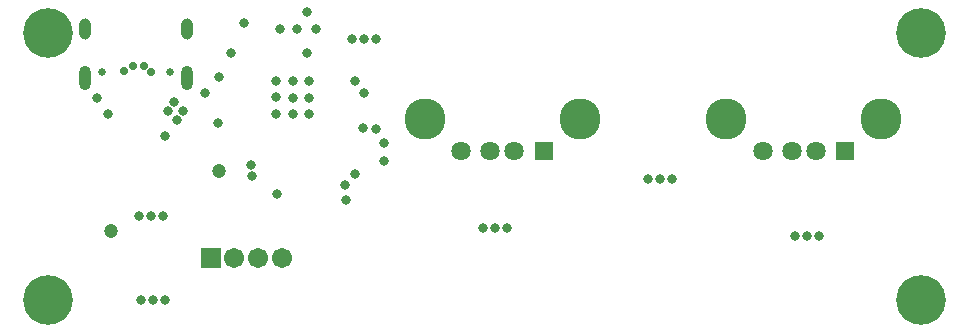
<source format=gbs>
G04*
G04 #@! TF.GenerationSoftware,Altium Limited,Altium Designer,23.5.1 (21)*
G04*
G04 Layer_Color=16711935*
%FSLAX44Y44*%
%MOMM*%
G71*
G04*
G04 #@! TF.SameCoordinates,10AFCB3B-55C8-42C2-B7EA-D5DD10926C34*
G04*
G04*
G04 #@! TF.FilePolarity,Negative*
G04*
G01*
G75*
%ADD45R,1.6312X1.6312*%
%ADD46C,1.6312*%
%ADD47C,3.4792*%
%ADD48C,1.7032*%
%ADD49R,1.7032X1.7032*%
%ADD50C,0.6500*%
G04:AMPARAMS|DCode=51|XSize=1mm|YSize=2.1mm|CornerRadius=0.5mm|HoleSize=0mm|Usage=FLASHONLY|Rotation=180.000|XOffset=0mm|YOffset=0mm|HoleType=Round|Shape=RoundedRectangle|*
%AMROUNDEDRECTD51*
21,1,1.0000,1.1000,0,0,180.0*
21,1,0.0000,2.1000,0,0,180.0*
1,1,1.0000,0.0000,0.5500*
1,1,1.0000,0.0000,0.5500*
1,1,1.0000,0.0000,-0.5500*
1,1,1.0000,0.0000,-0.5500*
%
%ADD51ROUNDEDRECTD51*%
G04:AMPARAMS|DCode=52|XSize=1mm|YSize=1.8mm|CornerRadius=0.5mm|HoleSize=0mm|Usage=FLASHONLY|Rotation=180.000|XOffset=0mm|YOffset=0mm|HoleType=Round|Shape=RoundedRectangle|*
%AMROUNDEDRECTD52*
21,1,1.0000,0.8000,0,0,180.0*
21,1,0.0000,1.8000,0,0,180.0*
1,1,1.0000,0.0000,0.4000*
1,1,1.0000,0.0000,0.4000*
1,1,1.0000,0.0000,-0.4000*
1,1,1.0000,0.0000,-0.4000*
%
%ADD52ROUNDEDRECTD52*%
%ADD53C,4.2032*%
%ADD54C,0.8032*%
%ADD55C,1.2032*%
%ADD56C,0.7032*%
D45*
X644460Y1143840D02*
D03*
X899870D02*
D03*
D46*
X619460D02*
D03*
X599460D02*
D03*
X574460D02*
D03*
X829870D02*
D03*
X854870D02*
D03*
X874870D02*
D03*
D47*
X675160Y1170940D02*
D03*
X543760D02*
D03*
X799170D02*
D03*
X930570D02*
D03*
D48*
X422590Y1053260D02*
D03*
X382590D02*
D03*
X402590D02*
D03*
D49*
X362590D02*
D03*
D50*
X270302Y1210509D02*
D03*
X328102D02*
D03*
D51*
X256002Y1205509D02*
D03*
X342402D02*
D03*
D52*
X256002Y1247309D02*
D03*
X342402D02*
D03*
D53*
X963930Y1243330D02*
D03*
Y1017270D02*
D03*
X224790D02*
D03*
Y1243330D02*
D03*
D54*
X491490Y1163290D02*
D03*
X502920Y1162558D02*
D03*
X509270Y1135380D02*
D03*
X485140Y1123950D02*
D03*
X476250Y1115060D02*
D03*
X477520Y1102360D02*
D03*
X419100Y1107440D02*
D03*
X509270Y1150620D02*
D03*
X324143Y1156244D02*
D03*
X397517Y1122687D02*
D03*
X331336Y1185044D02*
D03*
X326390Y1177290D02*
D03*
X266730Y1188690D02*
D03*
X275390Y1174610D02*
D03*
X358140Y1192530D02*
D03*
X369570Y1206500D02*
D03*
X391160Y1252220D02*
D03*
X435719Y1247031D02*
D03*
X421695Y1247146D02*
D03*
X452120Y1247140D02*
D03*
X502920Y1238250D02*
D03*
X492760D02*
D03*
X482600D02*
D03*
X753110Y1120140D02*
D03*
X742950D02*
D03*
X732790D02*
D03*
X485140Y1202690D02*
D03*
X302260Y1088390D02*
D03*
X312420D02*
D03*
X322580D02*
D03*
X334010Y1169670D02*
D03*
X339090Y1177290D02*
D03*
X492180Y1192530D02*
D03*
X446160Y1174910D02*
D03*
X444030Y1261220D02*
D03*
X443752Y1226959D02*
D03*
X418160Y1202910D02*
D03*
Y1188954D02*
D03*
X368660Y1167320D02*
D03*
X313690Y1017270D02*
D03*
X323850D02*
D03*
X380090Y1227010D02*
D03*
X432160Y1188910D02*
D03*
Y1174910D02*
D03*
X446160Y1188910D02*
D03*
Y1202910D02*
D03*
X432160D02*
D03*
X867410Y1071880D02*
D03*
X593090Y1078230D02*
D03*
X857250Y1071880D02*
D03*
X603250Y1078230D02*
D03*
X877570Y1071880D02*
D03*
X613410Y1078230D02*
D03*
X396600Y1131760D02*
D03*
X418160Y1174910D02*
D03*
X303530Y1017270D02*
D03*
D55*
X278130Y1075690D02*
D03*
X369570Y1126490D02*
D03*
D56*
X305976Y1215991D02*
D03*
X289352Y1211575D02*
D03*
X311766Y1210233D02*
D03*
X296680Y1215525D02*
D03*
M02*

</source>
